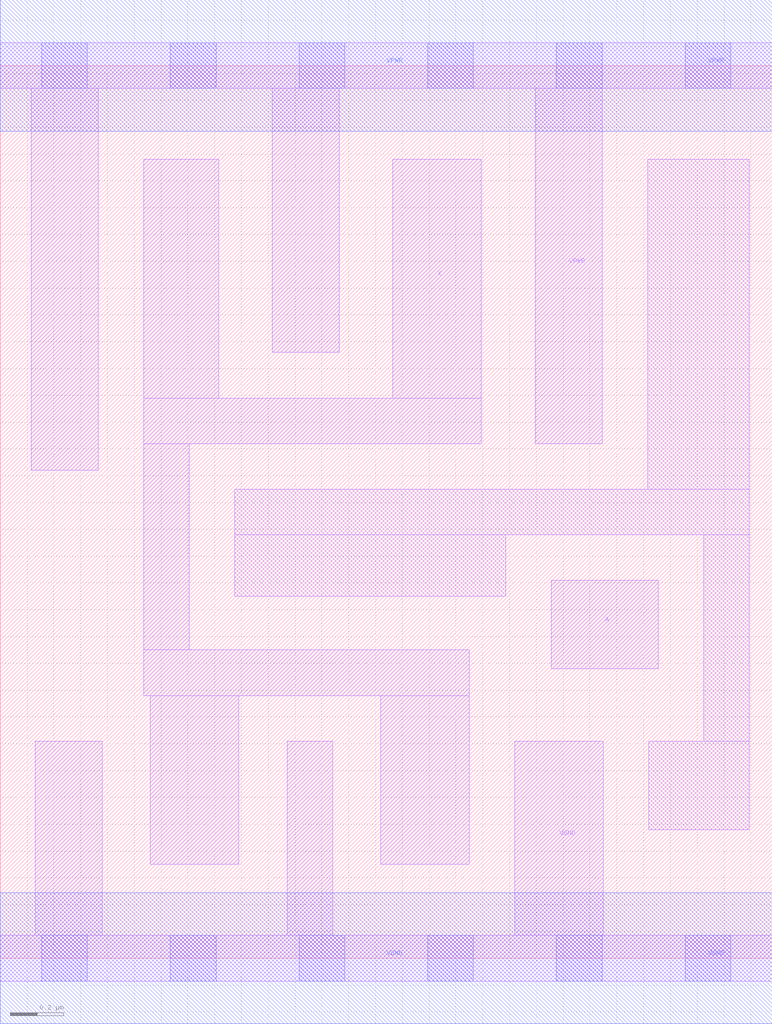
<source format=lef>
# Copyright 2020 The SkyWater PDK Authors
#
# Licensed under the Apache License, Version 2.0 (the "License");
# you may not use this file except in compliance with the License.
# You may obtain a copy of the License at
#
#     https://www.apache.org/licenses/LICENSE-2.0
#
# Unless required by applicable law or agreed to in writing, software
# distributed under the License is distributed on an "AS IS" BASIS,
# WITHOUT WARRANTIES OR CONDITIONS OF ANY KIND, either express or implied.
# See the License for the specific language governing permissions and
# limitations under the License.
#
# SPDX-License-Identifier: Apache-2.0

VERSION 5.7 ;
  NAMESCASESENSITIVE ON ;
  NOWIREEXTENSIONATPIN ON ;
  DIVIDERCHAR "/" ;
  BUSBITCHARS "[]" ;
UNITS
  DATABASE MICRONS 200 ;
END UNITS
MACRO sky130_fd_sc_hs__clkbuf_4
  CLASS CORE ;
  SOURCE USER ;
  FOREIGN sky130_fd_sc_hs__clkbuf_4 ;
  ORIGIN  0.000000  0.000000 ;
  SIZE  2.880000 BY  3.330000 ;
  SYMMETRY X Y ;
  SITE unit ;
  PIN A
    ANTENNAGATEAREA  0.231000 ;
    DIRECTION INPUT ;
    USE SIGNAL ;
    PORT
      LAYER li1 ;
        RECT 2.055000 1.080000 2.455000 1.410000 ;
    END
  END A
  PIN X
    ANTENNADIFFAREA  0.924000 ;
    DIRECTION OUTPUT ;
    USE SIGNAL ;
    PORT
      LAYER li1 ;
        RECT 0.535000 0.980000 1.750000 1.150000 ;
        RECT 0.535000 1.150000 0.705000 1.920000 ;
        RECT 0.535000 1.920000 1.795000 2.090000 ;
        RECT 0.535000 2.090000 0.815000 2.980000 ;
        RECT 0.560000 0.350000 0.890000 0.980000 ;
        RECT 1.420000 0.350000 1.750000 0.980000 ;
        RECT 1.465000 2.090000 1.795000 2.980000 ;
    END
  END X
  PIN VGND
    DIRECTION INOUT ;
    USE GROUND ;
    PORT
      LAYER li1 ;
        RECT 0.000000 -0.085000 2.880000 0.085000 ;
        RECT 0.130000  0.085000 0.380000 0.810000 ;
        RECT 1.070000  0.085000 1.240000 0.810000 ;
        RECT 1.920000  0.085000 2.250000 0.810000 ;
      LAYER mcon ;
        RECT 0.155000 -0.085000 0.325000 0.085000 ;
        RECT 0.635000 -0.085000 0.805000 0.085000 ;
        RECT 1.115000 -0.085000 1.285000 0.085000 ;
        RECT 1.595000 -0.085000 1.765000 0.085000 ;
        RECT 2.075000 -0.085000 2.245000 0.085000 ;
        RECT 2.555000 -0.085000 2.725000 0.085000 ;
      LAYER met1 ;
        RECT 0.000000 -0.245000 2.880000 0.245000 ;
    END
  END VGND
  PIN VPWR
    DIRECTION INOUT ;
    USE POWER ;
    PORT
      LAYER li1 ;
        RECT 0.000000 3.245000 2.880000 3.415000 ;
        RECT 0.115000 1.820000 0.365000 3.245000 ;
        RECT 1.015000 2.260000 1.265000 3.245000 ;
        RECT 1.995000 1.920000 2.245000 3.245000 ;
      LAYER mcon ;
        RECT 0.155000 3.245000 0.325000 3.415000 ;
        RECT 0.635000 3.245000 0.805000 3.415000 ;
        RECT 1.115000 3.245000 1.285000 3.415000 ;
        RECT 1.595000 3.245000 1.765000 3.415000 ;
        RECT 2.075000 3.245000 2.245000 3.415000 ;
        RECT 2.555000 3.245000 2.725000 3.415000 ;
      LAYER met1 ;
        RECT 0.000000 3.085000 2.880000 3.575000 ;
    END
  END VPWR
  OBS
    LAYER li1 ;
      RECT 0.875000 1.350000 1.885000 1.580000 ;
      RECT 0.875000 1.580000 2.795000 1.750000 ;
      RECT 2.415000 1.750000 2.795000 2.980000 ;
      RECT 2.420000 0.480000 2.795000 0.810000 ;
      RECT 2.625000 0.810000 2.795000 1.580000 ;
  END
END sky130_fd_sc_hs__clkbuf_4

</source>
